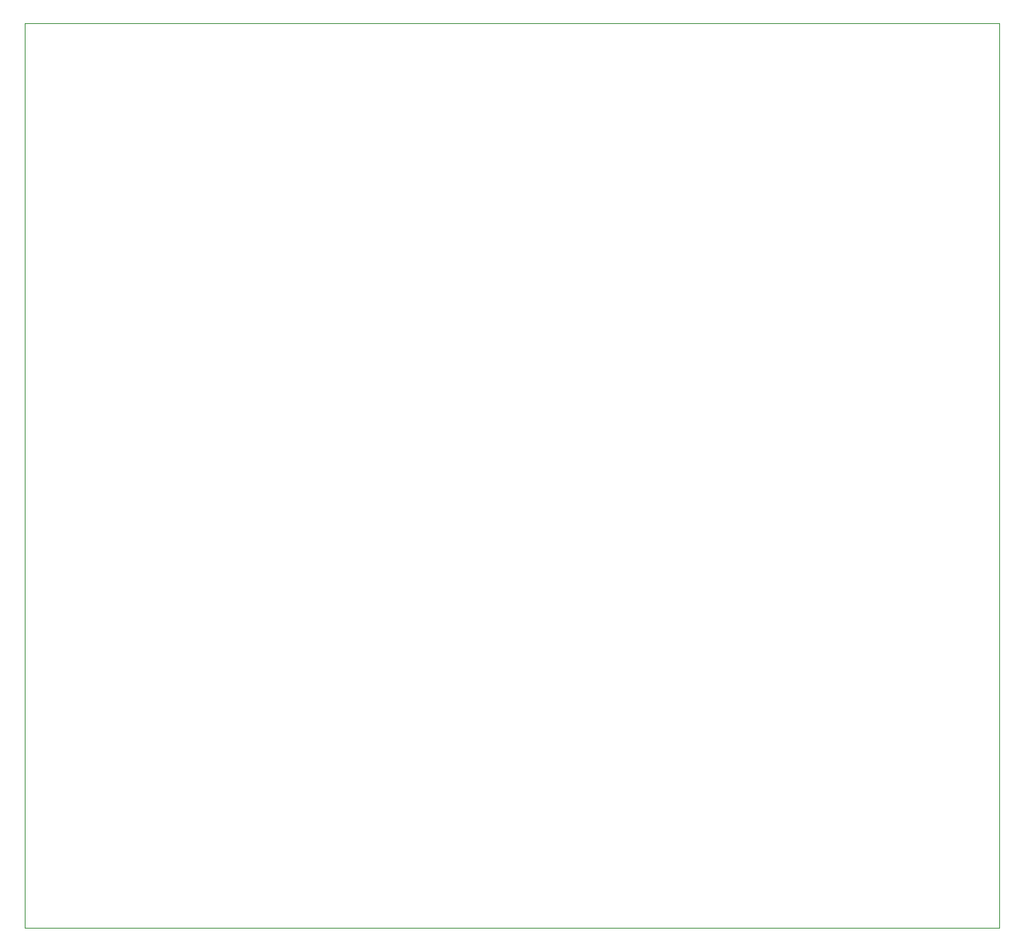
<source format=gm1>
G04 #@! TF.GenerationSoftware,KiCad,Pcbnew,7.0.2*
G04 #@! TF.CreationDate,2023-11-05T14:56:03-07:00*
G04 #@! TF.ProjectId,Relay_Board_Lucy_V1,52656c61-795f-4426-9f61-72645f4c7563,V1.0*
G04 #@! TF.SameCoordinates,Original*
G04 #@! TF.FileFunction,Profile,NP*
%FSLAX46Y46*%
G04 Gerber Fmt 4.6, Leading zero omitted, Abs format (unit mm)*
G04 Created by KiCad (PCBNEW 7.0.2) date 2023-11-05 14:56:03*
%MOMM*%
%LPD*%
G01*
G04 APERTURE LIST*
G04 #@! TA.AperFunction,Profile*
%ADD10C,0.100000*%
G04 #@! TD*
G04 APERTURE END LIST*
D10*
X194310000Y-152400000D02*
X87630000Y-152400000D01*
X87630000Y-53340000D02*
X87630000Y-152400000D01*
X87630000Y-53340000D02*
X194310000Y-53340000D01*
X194310000Y-53340000D02*
X194310000Y-152400000D01*
M02*

</source>
